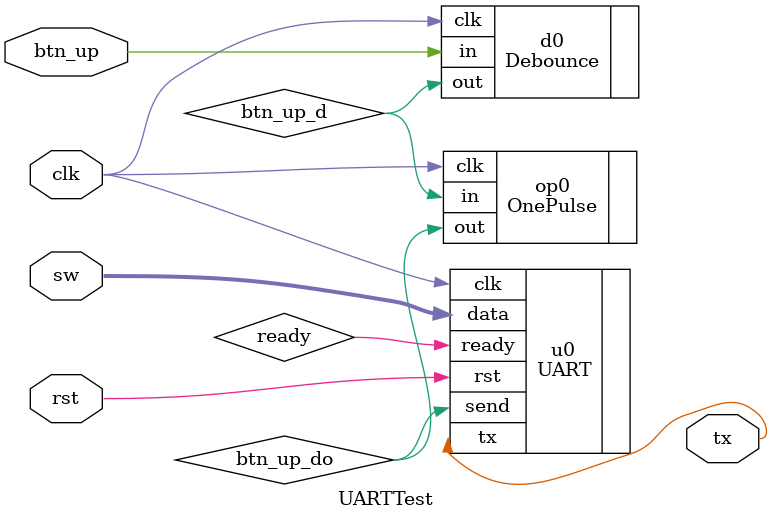
<source format=v>
module UARTTest(
    input       rst,
    input       clk,
    input       btn_up,
    input [7:0] sw,
    output      tx
);
    wire btn_up_d, btn_up_do;

    Debounce d0  (.clk(clk), .in(btn_up),   .out(btn_up_d));
    OnePulse op0 (.clk(clk), .in(btn_up_d), .out(btn_up_do));

    wire ready;

    UART u0 (
        .rst  (rst),
        .clk  (clk),
        .ready(ready),
        .send (btn_up_do),
        .data (sw),
        .tx   (tx)
    );
endmodule : UARTTest

</source>
